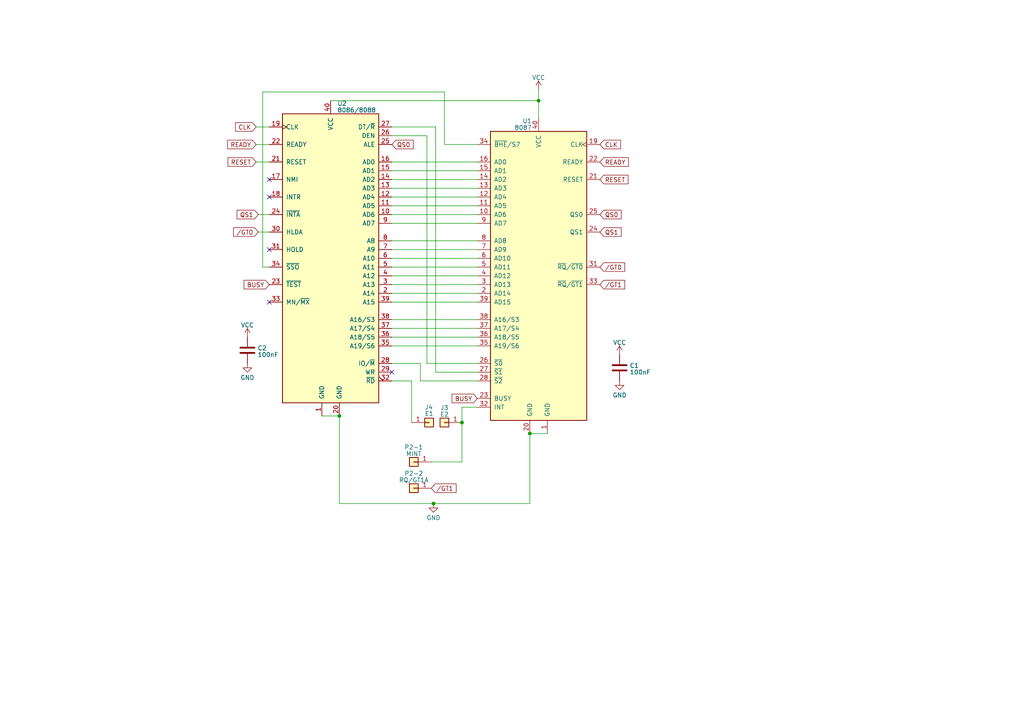
<source format=kicad_sch>
(kicad_sch (version 20230121) (generator eeschema)
  (paper "A4")
  (lib_symbols
    (symbol "Connector_Generic:Conn_01x01" (pin_names (offset 1.016) hide)
      (property "Reference" "J" (at 0 2.54 0))
      (property "Value" "Conn_01x01" (at 0 -2.54 0))
      (symbol "Conn_01x01_1_1"
        (rectangle (start -1.27 0.127) (end 0 -0.127) (stroke (width 0.1524)))
        (rectangle (start -1.27 1.27) (end 1.27 -1.27) (stroke (width 0.254)) (fill (type background)))
        (pin passive line (at -5.08 0 0) (length 3.81) (name "Pin_1") (number "1"))
      )
    )
    (symbol "Device:C" (pin_numbers hide) (pin_names (offset 0.254))
      (property "Reference" "C" (at 0.635 2.54 0))
      (property "Value" "C" (at 0.635 -2.54 0))
      (symbol "C_0_1"
        (polyline (pts (xy -2.032 -0.762) (xy 2.032 -0.762)) (stroke (width 0.508)))
        (polyline (pts (xy -2.032 0.762) (xy 2.032 0.762)) (stroke (width 0.508)))
      )
      (symbol "C_1_1"
        (pin passive line (at 0 3.81 270) (length 2.794) (name "~") (number "1"))
        (pin passive line (at 0 -3.81 90) (length 2.794) (name "~") (number "2"))
      )
    )
    (symbol "MCU_Intel:8087" (pin_names (offset 1.016))
      (property "Reference" "U" (at -12.7 43.18 0))
      (property "Value" "8087" (at 10.16 43.18 0))
      (symbol "8087_0_1"
        (rectangle (start 13.97 -41.91) (end -13.97 41.91) (stroke (width 0.254)) (fill (type background)))
      )
      (symbol "8087_1_1"
        (pin power_in line (at -2.54 -45.72 90) (length 3.81) (name "GND") (number "1"))
        (pin bidirectional line (at 17.78 17.78 180) (length 3.81) (name "AD6") (number "10"))
        (pin bidirectional line (at 17.78 20.32 180) (length 3.81) (name "AD5") (number "11"))
        (pin bidirectional line (at 17.78 22.86 180) (length 3.81) (name "AD4") (number "12"))
        (pin bidirectional line (at 17.78 25.4 180) (length 3.81) (name "AD3") (number "13"))
        (pin bidirectional line (at 17.78 27.94 180) (length 3.81) (name "AD2") (number "14"))
        (pin bidirectional line (at 17.78 30.48 180) (length 3.81) (name "AD1") (number "15"))
        (pin bidirectional line (at 17.78 33.02 180) (length 3.81) (name "AD0") (number "16"))
        (pin no_connect line (at -13.97 -30.48 0) (length 3.81) hide (name "NC") (number "17"))
        (pin no_connect line (at -13.97 -33.02 0) (length 3.81) hide (name "NC") (number "18"))
        (pin input clock (at -17.78 38.1 0) (length 3.81) (name "CLK") (number "19"))
        (pin bidirectional line (at 17.78 -5.08 180) (length 3.81) (name "AD14") (number "2"))
        (pin power_in line (at 2.54 -45.72 90) (length 3.81) (name "GND") (number "20"))
        (pin input line (at -17.78 27.94 0) (length 3.81) (name "RESET") (number "21"))
        (pin input line (at -17.78 33.02 0) (length 3.81) (name "READY") (number "22"))
        (pin output line (at 17.78 -35.56 180) (length 3.81) (name "BUSY") (number "23"))
        (pin input line (at -17.78 12.7 0) (length 3.81) (name "QS1") (number "24"))
        (pin input line (at -17.78 17.78 0) (length 3.81) (name "QS0") (number "25"))
        (pin bidirectional line (at 17.78 -25.4 180) (length 3.81) (name "~{S0}") (number "26"))
        (pin bidirectional line (at 17.78 -27.94 180) (length 3.81) (name "~{S1}") (number "27"))
        (pin bidirectional line (at 17.78 -30.48 180) (length 3.81) (name "~{S2}") (number "28"))
        (pin no_connect line (at -13.97 -35.56 0) (length 3.81) hide (name "NC") (number "29"))
        (pin bidirectional line (at 17.78 -2.54 180) (length 3.81) (name "AD13") (number "3"))
        (pin no_connect line (at -13.97 -38.1 0) (length 3.81) hide (name "NC") (number "30"))
        (pin bidirectional line (at -17.78 2.54 0) (length 3.81) (name "~{RQ}/~{GT0}") (number "31"))
        (pin output line (at 17.78 -38.1 180) (length 3.81) (name "INT") (number "32"))
        (pin bidirectional line (at -17.78 -2.54 0) (length 3.81) (name "~{RQ}/~{GT1}") (number "33"))
        (pin bidirectional line (at 17.78 38.1 180) (length 3.81) (name "~{BHE}/S7") (number "34"))
        (pin bidirectional line (at 17.78 -20.32 180) (length 3.81) (name "A19/S6") (number "35"))
        (pin bidirectional line (at 17.78 -17.78 180) (length 3.81) (name "A18/S5") (number "36"))
        (pin bidirectional line (at 17.78 -15.24 180) (length 3.81) (name "A17/S4") (number "37"))
        (pin bidirectional line (at 17.78 -12.7 180) (length 3.81) (name "A16/S3") (number "38"))
        (pin bidirectional line (at 17.78 -7.62 180) (length 3.81) (name "AD15") (number "39"))
        (pin bidirectional line (at 17.78 0 180) (length 3.81) (name "AD12") (number "4"))
        (pin power_in line (at 0 45.72 270) (length 3.81) (name "VCC") (number "40"))
        (pin bidirectional line (at 17.78 2.54 180) (length 3.81) (name "AD11") (number "5"))
        (pin bidirectional line (at 17.78 5.08 180) (length 3.81) (name "AD10") (number "6"))
        (pin bidirectional line (at 17.78 7.62 180) (length 3.81) (name "AD9") (number "7"))
        (pin bidirectional line (at 17.78 10.16 180) (length 3.81) (name "AD8") (number "8"))
        (pin bidirectional line (at 17.78 15.24 180) (length 3.81) (name "AD7") (number "9"))
      )
    )
    (symbol "MCU_Intel:8088" (pin_names (offset 1.016))
      (property "Reference" "U" (at -12.7 43.18 0))
      (property "Value" "8088" (at 10.16 43.18 0))
      (symbol "8088_0_1"
        (rectangle (start 13.97 -41.91) (end -13.97 41.91) (stroke (width 0.254)) (fill (type background)))
      )
      (symbol "8088_1_1"
        (pin power_in line (at -2.54 -45.72 90) (length 3.81) (name "GND") (number "1"))
        (pin bidirectional line (at 17.78 12.7 180) (length 3.81) (name "AD6") (number "10"))
        (pin bidirectional line (at 17.78 15.24 180) (length 3.81) (name "AD5") (number "11"))
        (pin bidirectional line (at 17.78 17.78 180) (length 3.81) (name "AD4") (number "12"))
        (pin bidirectional line (at 17.78 20.32 180) (length 3.81) (name "AD3") (number "13"))
        (pin bidirectional line (at 17.78 22.86 180) (length 3.81) (name "AD2") (number "14"))
        (pin bidirectional line (at 17.78 25.4 180) (length 3.81) (name "AD1") (number "15"))
        (pin bidirectional line (at 17.78 27.94 180) (length 3.81) (name "AD0") (number "16"))
        (pin input line (at -17.78 22.86 0) (length 3.81) (name "NMI") (number "17"))
        (pin input line (at -17.78 17.78 0) (length 3.81) (name "INTR") (number "18"))
        (pin input clock (at -17.78 38.1 0) (length 3.81) (name "CLK") (number "19"))
        (pin output line (at 17.78 -10.16 180) (length 3.81) (name "A14") (number "2"))
        (pin power_in line (at 2.54 -45.72 90) (length 3.81) (name "GND") (number "20"))
        (pin input line (at -17.78 27.94 0) (length 3.81) (name "RESET") (number "21"))
        (pin input line (at -17.78 33.02 0) (length 3.81) (name "READY") (number "22"))
        (pin input line (at -17.78 -7.62 0) (length 3.81) (name "~{TEST}") (number "23"))
        (pin output line (at -17.78 12.7 0) (length 3.81) (name "~{INTA}") (number "24"))
        (pin output line (at 17.78 33.02 180) (length 3.81) (name "ALE") (number "25"))
        (pin output line (at 17.78 35.56 180) (length 3.81) (name "DEN") (number "26"))
        (pin output line (at 17.78 38.1 180) (length 3.81) (name "DT/~{R}") (number "27"))
        (pin output line (at 17.78 -30.48 180) (length 3.81) (name "IO/~{M}") (number "28"))
        (pin output line (at 17.78 -33.02 180) (length 3.81) (name "WR") (number "29"))
        (pin output line (at 17.78 -7.62 180) (length 3.81) (name "A13") (number "3"))
        (pin output line (at -17.78 7.62 0) (length 3.81) (name "HLDA") (number "30"))
        (pin input line (at -17.78 2.54 0) (length 3.81) (name "HOLD") (number "31"))
        (pin output output_low (at 17.78 -35.56 180) (length 3.81) (name "~{RD}") (number "32"))
        (pin input line (at -17.78 -12.7 0) (length 3.81) (name "MN/~{MX}") (number "33"))
        (pin output line (at -17.78 -2.54 0) (length 3.81) (name "~{SSO}") (number "34"))
        (pin output line (at 17.78 -25.4 180) (length 3.81) (name "A19/S6") (number "35"))
        (pin output line (at 17.78 -22.86 180) (length 3.81) (name "A18/S5") (number "36"))
        (pin output line (at 17.78 -20.32 180) (length 3.81) (name "A17/S4") (number "37"))
        (pin output line (at 17.78 -17.78 180) (length 3.81) (name "A16/S3") (number "38"))
        (pin output line (at 17.78 -12.7 180) (length 3.81) (name "A15") (number "39"))
        (pin output line (at 17.78 -5.08 180) (length 3.81) (name "A12") (number "4"))
        (pin power_in line (at 0 45.72 270) (length 3.81) (name "VCC") (number "40"))
        (pin output line (at 17.78 -2.54 180) (length 3.81) (name "A11") (number "5"))
        (pin output line (at 17.78 0 180) (length 3.81) (name "A10") (number "6"))
        (pin output line (at 17.78 2.54 180) (length 3.81) (name "A9") (number "7"))
        (pin output line (at 17.78 5.08 180) (length 3.81) (name "A8") (number "8"))
        (pin bidirectional line (at 17.78 10.16 180) (length 3.81) (name "AD7") (number "9"))
      )
    )
    (symbol "power:GND" (power) (pin_names (offset 0))
      (property "Value" "GND" (at 0 -3.81 0))
      (symbol "GND_0_1"
        (polyline (pts (xy 0 0) (xy 0 -1.27) (xy 1.27 -1.27) (xy 0 -2.54) (xy -1.27 -1.27) (xy 0 -1.27)))
      )
      (symbol "GND_1_1"
        (pin power_in line (at 0 0 270) (length 0) hide (name "GND") (number "1"))
      )
    )
    (symbol "power:VCC" (power) (pin_names (offset 0))
      (property "Value" "VCC" (at 0 3.81 0))
      (symbol "VCC_0_1"
        (polyline (pts (xy -0.762 1.27) (xy 0 2.54)))
        (polyline (pts (xy 0 0) (xy 0 2.54)))
        (polyline (pts (xy 0 2.54) (xy 0.762 1.27)))
      )
      (symbol "VCC_1_1"
        (pin power_in line (at 0 0 90) (length 0) hide (name "VCC") (number "1"))
      )
    )
  )
  (junction (at 125.73 146.05))
  (junction (at 153.67 125.73))
  (junction (at 156.21 29.21))
  (junction (at 98.425 120.65))
  (junction (at 133.985 122.555))
  (no_connect (at 78.105 87.63))
  (no_connect (at 113.665 107.95))
  (no_connect (at 78.105 57.15))
  (no_connect (at 78.105 52.07))
  (no_connect (at 78.105 72.39))
  (wire (pts (xy 113.665 87.63) (xy 138.43 87.63)))
  (wire (pts (xy 74.93 67.31) (xy 78.105 67.31)))
  (wire (pts (xy 138.43 110.49) (xy 121.92 110.49)))
  (wire (pts (xy 113.665 62.23) (xy 138.43 62.23)))
  (wire (pts (xy 119.38 110.49) (xy 119.38 122.555)))
  (wire (pts (xy 93.345 120.65) (xy 98.425 120.65)))
  (wire (pts (xy 113.665 39.37) (xy 123.825 39.37)))
  (wire (pts (xy 128.905 26.67) (xy 128.905 41.91)))
  (wire (pts (xy 74.295 36.83) (xy 78.105 36.83)))
  (wire (pts (xy 113.665 77.47) (xy 138.43 77.47)))
  (wire (pts (xy 125.73 146.05) (xy 153.67 146.05)))
  (wire (pts (xy 121.92 105.41) (xy 113.665 105.41)))
  (wire (pts (xy 156.21 29.21) (xy 156.21 34.29)))
  (wire (pts (xy 95.885 29.21) (xy 156.21 29.21)))
  (wire (pts (xy 125.73 146.05) (xy 98.425 146.05)))
  (wire (pts (xy 113.665 36.83) (xy 126.365 36.83)))
  (wire (pts (xy 113.665 46.99) (xy 138.43 46.99)))
  (wire (pts (xy 126.365 107.95) (xy 138.43 107.95)))
  (wire (pts (xy 113.665 97.79) (xy 138.43 97.79)))
  (wire (pts (xy 113.665 74.93) (xy 138.43 74.93)))
  (wire (pts (xy 123.825 105.41) (xy 138.43 105.41)))
  (wire (pts (xy 113.665 57.15) (xy 138.43 57.15)))
  (wire (pts (xy 113.665 82.55) (xy 138.43 82.55)))
  (wire (pts (xy 74.295 41.91) (xy 78.105 41.91)))
  (wire (pts (xy 113.665 72.39) (xy 138.43 72.39)))
  (wire (pts (xy 74.295 46.99) (xy 78.105 46.99)))
  (wire (pts (xy 78.105 77.47) (xy 76.2 77.47)))
  (wire (pts (xy 133.985 118.11) (xy 133.985 122.555)))
  (wire (pts (xy 128.905 41.91) (xy 138.43 41.91)))
  (wire (pts (xy 133.985 122.555) (xy 133.985 133.985)))
  (wire (pts (xy 98.425 146.05) (xy 98.425 120.65)))
  (wire (pts (xy 74.93 62.23) (xy 78.105 62.23)))
  (wire (pts (xy 113.665 95.25) (xy 138.43 95.25)))
  (wire (pts (xy 113.665 92.71) (xy 138.43 92.71)))
  (wire (pts (xy 76.2 26.67) (xy 128.905 26.67)))
  (wire (pts (xy 113.665 69.85) (xy 138.43 69.85)))
  (wire (pts (xy 133.985 133.985) (xy 125.095 133.985)))
  (wire (pts (xy 113.665 100.33) (xy 138.43 100.33)))
  (wire (pts (xy 138.43 118.11) (xy 133.985 118.11)))
  (wire (pts (xy 113.665 85.09) (xy 138.43 85.09)))
  (wire (pts (xy 113.665 80.01) (xy 138.43 80.01)))
  (wire (pts (xy 153.67 146.05) (xy 153.67 125.73)))
  (wire (pts (xy 113.665 64.77) (xy 138.43 64.77)))
  (wire (pts (xy 113.665 54.61) (xy 138.43 54.61)))
  (wire (pts (xy 121.92 110.49) (xy 121.92 105.41)))
  (wire (pts (xy 156.21 26.035) (xy 156.21 29.21)))
  (wire (pts (xy 76.2 77.47) (xy 76.2 26.67)))
  (wire (pts (xy 113.665 59.69) (xy 138.43 59.69)))
  (wire (pts (xy 113.665 49.53) (xy 138.43 49.53)))
  (wire (pts (xy 126.365 36.83) (xy 126.365 107.95)))
  (wire (pts (xy 113.665 110.49) (xy 119.38 110.49)))
  (wire (pts (xy 123.825 39.37) (xy 123.825 105.41)))
  (wire (pts (xy 153.67 125.73) (xy 158.75 125.73)))
  (wire (pts (xy 113.665 52.07) (xy 138.43 52.07)))
  (global_label "{slash}GT1" (shape input) (at 173.99 82.55 0) (property "Intersheetrefs" "${INTERSHEET_REFS}" (effects hide)))
  (global_label "QS0" (shape input) (at 113.665 41.91 0) (property "Intersheetrefs" "${INTERSHEET_REFS}" (effects hide)))
  (global_label "BUSY" (shape input) (at 78.105 82.55 180) (property "Intersheetrefs" "${INTERSHEET_REFS}" (effects hide)))
  (global_label "{slash}GT0" (shape input) (at 74.93 67.31 180) (property "Intersheetrefs" "${INTERSHEET_REFS}" (effects hide)))
  (global_label "RESET" (shape input) (at 74.295 46.99 180) (property "Intersheetrefs" "${INTERSHEET_REFS}" (effects hide)))
  (global_label "QS0" (shape input) (at 173.99 62.23 0) (property "Intersheetrefs" "${INTERSHEET_REFS}" (effects hide)))
  (global_label "RESET" (shape input) (at 173.99 52.07 0) (property "Intersheetrefs" "${INTERSHEET_REFS}" (effects hide)))
  (global_label "{slash}GT0" (shape input) (at 173.99 77.47 0) (property "Intersheetrefs" "${INTERSHEET_REFS}" (effects hide)))
  (global_label "CLK" (shape input) (at 173.99 41.91 0) (property "Intersheetrefs" "${INTERSHEET_REFS}" (effects hide)))
  (global_label "{slash}GT1" (shape input) (at 125.095 141.605 0) (property "Intersheetrefs" "${INTERSHEET_REFS}" (effects hide)))
  (global_label "BUSY" (shape input) (at 138.43 115.57 180) (property "Intersheetrefs" "${INTERSHEET_REFS}" (effects hide)))
  (global_label "QS1" (shape input) (at 173.99 67.31 0) (property "Intersheetrefs" "${INTERSHEET_REFS}" (effects hide)))
  (global_label "CLK" (shape input) (at 74.295 36.83 180) (property "Intersheetrefs" "${INTERSHEET_REFS}" (effects hide)))
  (global_label "QS1" (shape input) (at 74.93 62.23 180) (property "Intersheetrefs" "${INTERSHEET_REFS}" (effects hide)))
  (global_label "READY" (shape input) (at 74.295 41.91 180) (property "Intersheetrefs" "${INTERSHEET_REFS}" (effects hide)))
  (global_label "READY" (shape input) (at 173.99 46.99 0) (property "Intersheetrefs" "${INTERSHEET_REFS}" (effects hide)))
  (symbol (lib_id "power:GND") (at 71.755 105.41 0) (unit 1)
    (property "Reference" "#PWR06" (effects hide))
    (property "Value" "GND" (at 71.755 109.5455 0))
  )
  (symbol (lib_id "power:VCC") (at 156.21 26.035 0) (unit 1)
    (property "Reference" "#PWR01" (effects hide))
    (property "Value" "VCC" (at 156.21 22.5331 0))
  )
  (symbol (lib_id "Connector_Generic:Conn_01x01") (at 124.46 122.555 0) (unit 1)
    (property "Reference" "J4" (at 123.19 118.11 0) (effects (justify left)))
    (property "Value" "E1" (at 123.19 120.015 0) (effects (justify left)))
    (property "Footprint" "Connector_PinHeader_2.54mm:PinHeader_1x01_P2.54mm_Vertical" (effects hide))
  )
  (symbol (lib_id "power:GND") (at 179.705 110.49 0) (unit 1)
    (property "Reference" "#PWR03" (effects hide))
    (property "Value" "GND" (at 179.705 114.6255 0))
  )
  (symbol (lib_id "power:GND") (at 125.73 146.05 0) (unit 1)
    (property "Reference" "#PWR02" (effects hide))
    (property "Value" "GND" (at 125.73 150.1855 0))
  )
  (symbol (lib_id "power:VCC") (at 71.755 97.79 0) (unit 1)
    (property "Reference" "#PWR05" (effects hide))
    (property "Value" "VCC" (at 71.755 94.2881 0))
  )
  (symbol (lib_id "Connector_Generic:Conn_01x01") (at 120.015 141.605 180) (unit 1)
    (property "Reference" "P2-2" (at 120.015 137.3251 0))
    (property "Value" "RQ/GT1A" (at 120.015 139.2461 0))
    (property "Footprint" "Connector_PinHeader_2.54mm:PinHeader_1x01_P2.54mm_Vertical" (effects hide))
  )
  (symbol (lib_id "MCU_Intel:8087") (at 156.21 80.01 0) (mirror y) (unit 1)
    (property "Reference" "U1" (at 154.2541 35.0901 0) (effects (justify left)))
    (property "Value" "8087" (at 154.2541 37.0111 0) (effects (justify left)))
    (property "Footprint" "Package_DIP:DIP-40_W15.24mm" (effects hide))
    (property "Datasheet" "http://datasheets.chipdb.org/Intel/x86/808x/datashts/8087/205835-007.pdf" (effects hide))
  )
  (symbol (lib_id "Device:C") (at 71.755 101.6 0) (unit 1)
    (property "Reference" "C2" (at 74.676 100.9563 0) (effects (justify left)))
    (property "Value" "100nF" (at 74.676 102.8773 0) (effects (justify left)))
    (property "Footprint" "Capacitor_THT:C_Axial_L5.1mm_D3.1mm_P10.00mm_Horizontal" (effects hide))
  )
  (symbol (lib_id "power:VCC") (at 179.705 102.87 0) (unit 1)
    (property "Reference" "#PWR04" (effects hide))
    (property "Value" "VCC" (at 179.705 99.3681 0))
  )
  (symbol (lib_id "Connector_Generic:Conn_01x01") (at 128.905 122.555 180) (unit 1)
    (property "Reference" "J3" (at 128.905 118.2751 0))
    (property "Value" "E2" (at 128.905 120.1961 0))
    (property "Footprint" "Connector_PinHeader_2.54mm:PinHeader_1x01_P2.54mm_Vertical" (effects hide))
  )
  (symbol (lib_id "Device:C") (at 179.705 106.68 0) (unit 1)
    (property "Reference" "C1" (at 182.626 106.0363 0) (effects (justify left)))
    (property "Value" "100nF" (at 182.626 107.9573 0) (effects (justify left)))
    (property "Footprint" "Capacitor_THT:C_Axial_L5.1mm_D3.1mm_P10.00mm_Horizontal" (effects hide))
  )
  (symbol (lib_id "MCU_Intel:8088") (at 95.885 74.93 0) (unit 1)
    (property "Reference" "U2" (at 97.8409 30.0101 0) (effects (justify left)))
    (property "Value" "8086/8088" (at 97.8409 31.9311 0) (effects (justify left)))
    (property "Footprint" "Package_DIP:DIP-40_W15.24mm" (effects hide))
    (property "Datasheet" "http://datasheets.chipdb.org/Intel/x86/808x/datashts/8088/231456-006.pdf" (effects hide))
  )
  (symbol (lib_id "Connector_Generic:Conn_01x01") (at 120.015 133.985 180) (unit 1)
    (property "Reference" "P2-1" (at 120.015 129.7051 0))
    (property "Value" "MINT" (at 120.015 131.6261 0))
    (property "Footprint" "Connector_PinHeader_2.54mm:PinHeader_1x01_P2.54mm_Vertical" (effects hide))
  )
)
</source>
